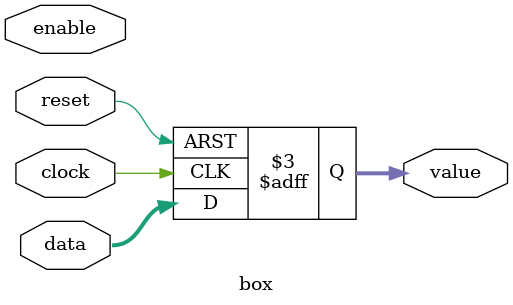
<source format=v>
module box(data, enable, reset, clock, value);
	input enable, clock, reset;
	input [3:0] data;
	output reg [3:0] value;
	
	always @(posedge clock or posedge reset) 
	begin
		if(reset == 1)
		begin
			value <= 0;
		end
		else
		begin
			value <= data;
		end
	end
endmodule
</source>
